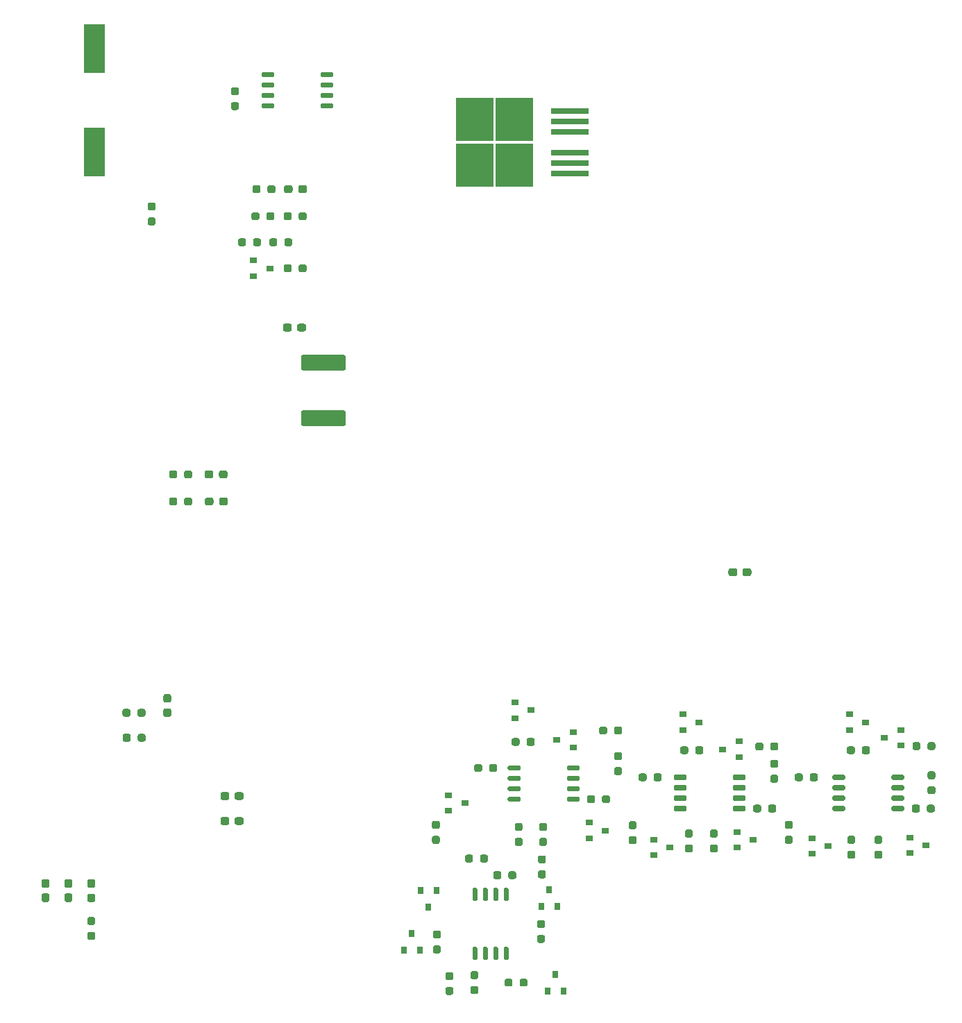
<source format=gbr>
%TF.GenerationSoftware,KiCad,Pcbnew,(5.1.10)-1*%
%TF.CreationDate,2022-03-20T14:43:40-05:00*%
%TF.ProjectId,BMS_2022_Rev1,424d535f-3230-4323-925f-526576312e6b,rev?*%
%TF.SameCoordinates,Original*%
%TF.FileFunction,Paste,Top*%
%TF.FilePolarity,Positive*%
%FSLAX46Y46*%
G04 Gerber Fmt 4.6, Leading zero omitted, Abs format (unit mm)*
G04 Created by KiCad (PCBNEW (5.1.10)-1) date 2022-03-20 14:43:40*
%MOMM*%
%LPD*%
G01*
G04 APERTURE LIST*
%ADD10R,0.900000X0.800000*%
%ADD11R,0.800000X0.900000*%
%ADD12R,2.500000X6.000000*%
%ADD13R,4.600000X0.800000*%
%ADD14R,4.550000X5.250000*%
G04 APERTURE END LIST*
%TO.C,R17*%
G36*
G01*
X-12599500Y207534500D02*
X-12599500Y208009500D01*
G75*
G02*
X-12362000Y208247000I237500J0D01*
G01*
X-11862000Y208247000D01*
G75*
G02*
X-11624500Y208009500I0J-237500D01*
G01*
X-11624500Y207534500D01*
G75*
G02*
X-11862000Y207297000I-237500J0D01*
G01*
X-12362000Y207297000D01*
G75*
G02*
X-12599500Y207534500I0J237500D01*
G01*
G37*
G36*
G01*
X-10774500Y207534500D02*
X-10774500Y208009500D01*
G75*
G02*
X-10537000Y208247000I237500J0D01*
G01*
X-10037000Y208247000D01*
G75*
G02*
X-9799500Y208009500I0J-237500D01*
G01*
X-9799500Y207534500D01*
G75*
G02*
X-10037000Y207297000I-237500J0D01*
G01*
X-10537000Y207297000D01*
G75*
G02*
X-10774500Y207534500I0J237500D01*
G01*
G37*
%TD*%
%TO.C,R40*%
G36*
G01*
X-60519500Y208517500D02*
X-60519500Y208042500D01*
G75*
G02*
X-60757000Y207805000I-237500J0D01*
G01*
X-61257000Y207805000D01*
G75*
G02*
X-61494500Y208042500I0J237500D01*
G01*
X-61494500Y208517500D01*
G75*
G02*
X-61257000Y208755000I237500J0D01*
G01*
X-60757000Y208755000D01*
G75*
G02*
X-60519500Y208517500I0J-237500D01*
G01*
G37*
G36*
G01*
X-58694500Y208517500D02*
X-58694500Y208042500D01*
G75*
G02*
X-58932000Y207805000I-237500J0D01*
G01*
X-59432000Y207805000D01*
G75*
G02*
X-59669500Y208042500I0J237500D01*
G01*
X-59669500Y208517500D01*
G75*
G02*
X-59432000Y208755000I237500J0D01*
G01*
X-58932000Y208755000D01*
G75*
G02*
X-58694500Y208517500I0J-237500D01*
G01*
G37*
%TD*%
D10*
%TO.C,D13*%
X-33750500Y206441000D03*
X-33750500Y208341000D03*
X-35750500Y207391000D03*
%TD*%
%TO.C,D19*%
X-61118500Y213103500D03*
X-61118500Y211203500D03*
X-59118500Y212153500D03*
%TD*%
%TO.C,D17*%
X-53975000Y207581500D03*
X-53975000Y209481500D03*
X-55975000Y208531500D03*
%TD*%
%TO.C,D12*%
X-32020000Y196342000D03*
X-34020000Y195392000D03*
X-34020000Y197292000D03*
%TD*%
%TO.C,U7*%
G36*
G01*
X-32938000Y200302000D02*
X-32938000Y200002000D01*
G75*
G02*
X-33088000Y199852000I-150000J0D01*
G01*
X-34388000Y199852000D01*
G75*
G02*
X-34538000Y200002000I0J150000D01*
G01*
X-34538000Y200302000D01*
G75*
G02*
X-34388000Y200452000I150000J0D01*
G01*
X-33088000Y200452000D01*
G75*
G02*
X-32938000Y200302000I0J-150000D01*
G01*
G37*
G36*
G01*
X-32938000Y201572000D02*
X-32938000Y201272000D01*
G75*
G02*
X-33088000Y201122000I-150000J0D01*
G01*
X-34388000Y201122000D01*
G75*
G02*
X-34538000Y201272000I0J150000D01*
G01*
X-34538000Y201572000D01*
G75*
G02*
X-34388000Y201722000I150000J0D01*
G01*
X-33088000Y201722000D01*
G75*
G02*
X-32938000Y201572000I0J-150000D01*
G01*
G37*
G36*
G01*
X-32938000Y202842000D02*
X-32938000Y202542000D01*
G75*
G02*
X-33088000Y202392000I-150000J0D01*
G01*
X-34388000Y202392000D01*
G75*
G02*
X-34538000Y202542000I0J150000D01*
G01*
X-34538000Y202842000D01*
G75*
G02*
X-34388000Y202992000I150000J0D01*
G01*
X-33088000Y202992000D01*
G75*
G02*
X-32938000Y202842000I0J-150000D01*
G01*
G37*
G36*
G01*
X-32938000Y204112000D02*
X-32938000Y203812000D01*
G75*
G02*
X-33088000Y203662000I-150000J0D01*
G01*
X-34388000Y203662000D01*
G75*
G02*
X-34538000Y203812000I0J150000D01*
G01*
X-34538000Y204112000D01*
G75*
G02*
X-34388000Y204262000I150000J0D01*
G01*
X-33088000Y204262000D01*
G75*
G02*
X-32938000Y204112000I0J-150000D01*
G01*
G37*
G36*
G01*
X-40138000Y204112000D02*
X-40138000Y203812000D01*
G75*
G02*
X-40288000Y203662000I-150000J0D01*
G01*
X-41588000Y203662000D01*
G75*
G02*
X-41738000Y203812000I0J150000D01*
G01*
X-41738000Y204112000D01*
G75*
G02*
X-41588000Y204262000I150000J0D01*
G01*
X-40288000Y204262000D01*
G75*
G02*
X-40138000Y204112000I0J-150000D01*
G01*
G37*
G36*
G01*
X-40138000Y202842000D02*
X-40138000Y202542000D01*
G75*
G02*
X-40288000Y202392000I-150000J0D01*
G01*
X-41588000Y202392000D01*
G75*
G02*
X-41738000Y202542000I0J150000D01*
G01*
X-41738000Y202842000D01*
G75*
G02*
X-41588000Y202992000I150000J0D01*
G01*
X-40288000Y202992000D01*
G75*
G02*
X-40138000Y202842000I0J-150000D01*
G01*
G37*
G36*
G01*
X-40138000Y201572000D02*
X-40138000Y201272000D01*
G75*
G02*
X-40288000Y201122000I-150000J0D01*
G01*
X-41588000Y201122000D01*
G75*
G02*
X-41738000Y201272000I0J150000D01*
G01*
X-41738000Y201572000D01*
G75*
G02*
X-41588000Y201722000I150000J0D01*
G01*
X-40288000Y201722000D01*
G75*
G02*
X-40138000Y201572000I0J-150000D01*
G01*
G37*
G36*
G01*
X-40138000Y200302000D02*
X-40138000Y200002000D01*
G75*
G02*
X-40288000Y199852000I-150000J0D01*
G01*
X-41588000Y199852000D01*
G75*
G02*
X-41738000Y200002000I0J150000D01*
G01*
X-41738000Y200302000D01*
G75*
G02*
X-41588000Y200452000I150000J0D01*
G01*
X-40288000Y200452000D01*
G75*
G02*
X-40138000Y200302000I0J-150000D01*
G01*
G37*
%TD*%
%TO.C,R18*%
G36*
G01*
X-10524500Y204703500D02*
X-10049500Y204703500D01*
G75*
G02*
X-9812000Y204466000I0J-237500D01*
G01*
X-9812000Y203966000D01*
G75*
G02*
X-10049500Y203728500I-237500J0D01*
G01*
X-10524500Y203728500D01*
G75*
G02*
X-10762000Y203966000I0J237500D01*
G01*
X-10762000Y204466000D01*
G75*
G02*
X-10524500Y204703500I237500J0D01*
G01*
G37*
G36*
G01*
X-10524500Y202878500D02*
X-10049500Y202878500D01*
G75*
G02*
X-9812000Y202641000I0J-237500D01*
G01*
X-9812000Y202141000D01*
G75*
G02*
X-10049500Y201903500I-237500J0D01*
G01*
X-10524500Y201903500D01*
G75*
G02*
X-10762000Y202141000I0J237500D01*
G01*
X-10762000Y202641000D01*
G75*
G02*
X-10524500Y202878500I237500J0D01*
G01*
G37*
%TD*%
%TO.C,D15*%
X-40608000Y211643000D03*
X-40608000Y209743000D03*
X-38608000Y210693000D03*
%TD*%
%TO.C,R39*%
G36*
G01*
X-70501500Y195854500D02*
X-70976500Y195854500D01*
G75*
G02*
X-71214000Y196092000I0J237500D01*
G01*
X-71214000Y196592000D01*
G75*
G02*
X-70976500Y196829500I237500J0D01*
G01*
X-70501500Y196829500D01*
G75*
G02*
X-70264000Y196592000I0J-237500D01*
G01*
X-70264000Y196092000D01*
G75*
G02*
X-70501500Y195854500I-237500J0D01*
G01*
G37*
G36*
G01*
X-70501500Y197679500D02*
X-70976500Y197679500D01*
G75*
G02*
X-71214000Y197917000I0J237500D01*
G01*
X-71214000Y198417000D01*
G75*
G02*
X-70976500Y198654500I237500J0D01*
G01*
X-70501500Y198654500D01*
G75*
G02*
X-70264000Y198417000I0J-237500D01*
G01*
X-70264000Y197917000D01*
G75*
G02*
X-70501500Y197679500I-237500J0D01*
G01*
G37*
%TD*%
%TO.C,D18*%
X-67215000Y200848000D03*
X-69215000Y199898000D03*
X-69215000Y201798000D03*
%TD*%
%TO.C,R21*%
G36*
G01*
X-26950500Y203724500D02*
X-26950500Y204199500D01*
G75*
G02*
X-26713000Y204437000I237500J0D01*
G01*
X-26213000Y204437000D01*
G75*
G02*
X-25975500Y204199500I0J-237500D01*
G01*
X-25975500Y203724500D01*
G75*
G02*
X-26213000Y203487000I-237500J0D01*
G01*
X-26713000Y203487000D01*
G75*
G02*
X-26950500Y203724500I0J237500D01*
G01*
G37*
G36*
G01*
X-25125500Y203724500D02*
X-25125500Y204199500D01*
G75*
G02*
X-24888000Y204437000I237500J0D01*
G01*
X-24388000Y204437000D01*
G75*
G02*
X-24150500Y204199500I0J-237500D01*
G01*
X-24150500Y203724500D01*
G75*
G02*
X-24388000Y203487000I-237500J0D01*
G01*
X-24888000Y203487000D01*
G75*
G02*
X-25125500Y203724500I0J237500D01*
G01*
G37*
%TD*%
%TO.C,R26*%
G36*
G01*
X-29701500Y204275500D02*
X-29226500Y204275500D01*
G75*
G02*
X-28989000Y204038000I0J-237500D01*
G01*
X-28989000Y203538000D01*
G75*
G02*
X-29226500Y203300500I-237500J0D01*
G01*
X-29701500Y203300500D01*
G75*
G02*
X-29939000Y203538000I0J237500D01*
G01*
X-29939000Y204038000D01*
G75*
G02*
X-29701500Y204275500I237500J0D01*
G01*
G37*
G36*
G01*
X-29701500Y206100500D02*
X-29226500Y206100500D01*
G75*
G02*
X-28989000Y205863000I0J-237500D01*
G01*
X-28989000Y205363000D01*
G75*
G02*
X-29226500Y205125500I-237500J0D01*
G01*
X-29701500Y205125500D01*
G75*
G02*
X-29939000Y205363000I0J237500D01*
G01*
X-29939000Y205863000D01*
G75*
G02*
X-29701500Y206100500I237500J0D01*
G01*
G37*
%TD*%
%TO.C,R23*%
G36*
G01*
X-27923500Y198654500D02*
X-27448500Y198654500D01*
G75*
G02*
X-27211000Y198417000I0J-237500D01*
G01*
X-27211000Y197917000D01*
G75*
G02*
X-27448500Y197679500I-237500J0D01*
G01*
X-27923500Y197679500D01*
G75*
G02*
X-28161000Y197917000I0J237500D01*
G01*
X-28161000Y198417000D01*
G75*
G02*
X-27923500Y198654500I237500J0D01*
G01*
G37*
G36*
G01*
X-27923500Y196829500D02*
X-27448500Y196829500D01*
G75*
G02*
X-27211000Y196592000I0J-237500D01*
G01*
X-27211000Y196092000D01*
G75*
G02*
X-27448500Y195854500I-237500J0D01*
G01*
X-27923500Y195854500D01*
G75*
G02*
X-28161000Y196092000I0J237500D01*
G01*
X-28161000Y196592000D01*
G75*
G02*
X-27923500Y196829500I237500J0D01*
G01*
G37*
%TD*%
%TO.C,R30*%
G36*
G01*
X-40115500Y195766500D02*
X-39640500Y195766500D01*
G75*
G02*
X-39403000Y195529000I0J-237500D01*
G01*
X-39403000Y195029000D01*
G75*
G02*
X-39640500Y194791500I-237500J0D01*
G01*
X-40115500Y194791500D01*
G75*
G02*
X-40353000Y195029000I0J237500D01*
G01*
X-40353000Y195529000D01*
G75*
G02*
X-40115500Y195766500I237500J0D01*
G01*
G37*
G36*
G01*
X-40115500Y197591500D02*
X-39640500Y197591500D01*
G75*
G02*
X-39403000Y197354000I0J-237500D01*
G01*
X-39403000Y196854000D01*
G75*
G02*
X-39640500Y196616500I-237500J0D01*
G01*
X-40115500Y196616500D01*
G75*
G02*
X-40353000Y196854000I0J237500D01*
G01*
X-40353000Y197354000D01*
G75*
G02*
X-40115500Y197591500I237500J0D01*
G01*
G37*
%TD*%
%TO.C,D8*%
X-10922000Y195646000D03*
X-12922000Y194696000D03*
X-12922000Y196596000D03*
%TD*%
%TO.C,D11*%
X-20288000Y211643000D03*
X-20288000Y209743000D03*
X-18288000Y210693000D03*
%TD*%
%TO.C,D10*%
X-22860000Y195580000D03*
X-24860000Y194630000D03*
X-24860000Y196530000D03*
%TD*%
%TO.C,R38*%
G36*
G01*
X-60880000Y196575500D02*
X-60405000Y196575500D01*
G75*
G02*
X-60167500Y196338000I0J-237500D01*
G01*
X-60167500Y195838000D01*
G75*
G02*
X-60405000Y195600500I-237500J0D01*
G01*
X-60880000Y195600500D01*
G75*
G02*
X-61117500Y195838000I0J237500D01*
G01*
X-61117500Y196338000D01*
G75*
G02*
X-60880000Y196575500I237500J0D01*
G01*
G37*
G36*
G01*
X-60880000Y198400500D02*
X-60405000Y198400500D01*
G75*
G02*
X-60167500Y198163000I0J-237500D01*
G01*
X-60167500Y197663000D01*
G75*
G02*
X-60405000Y197425500I-237500J0D01*
G01*
X-60880000Y197425500D01*
G75*
G02*
X-61117500Y197663000I0J237500D01*
G01*
X-61117500Y198163000D01*
G75*
G02*
X-60880000Y198400500I237500J0D01*
G01*
G37*
%TD*%
%TO.C,U8*%
G36*
G01*
X-60375000Y201445000D02*
X-60375000Y201145000D01*
G75*
G02*
X-60525000Y200995000I-150000J0D01*
G01*
X-61825000Y200995000D01*
G75*
G02*
X-61975000Y201145000I0J150000D01*
G01*
X-61975000Y201445000D01*
G75*
G02*
X-61825000Y201595000I150000J0D01*
G01*
X-60525000Y201595000D01*
G75*
G02*
X-60375000Y201445000I0J-150000D01*
G01*
G37*
G36*
G01*
X-60375000Y202715000D02*
X-60375000Y202415000D01*
G75*
G02*
X-60525000Y202265000I-150000J0D01*
G01*
X-61825000Y202265000D01*
G75*
G02*
X-61975000Y202415000I0J150000D01*
G01*
X-61975000Y202715000D01*
G75*
G02*
X-61825000Y202865000I150000J0D01*
G01*
X-60525000Y202865000D01*
G75*
G02*
X-60375000Y202715000I0J-150000D01*
G01*
G37*
G36*
G01*
X-60375000Y203985000D02*
X-60375000Y203685000D01*
G75*
G02*
X-60525000Y203535000I-150000J0D01*
G01*
X-61825000Y203535000D01*
G75*
G02*
X-61975000Y203685000I0J150000D01*
G01*
X-61975000Y203985000D01*
G75*
G02*
X-61825000Y204135000I150000J0D01*
G01*
X-60525000Y204135000D01*
G75*
G02*
X-60375000Y203985000I0J-150000D01*
G01*
G37*
G36*
G01*
X-60375000Y205255000D02*
X-60375000Y204955000D01*
G75*
G02*
X-60525000Y204805000I-150000J0D01*
G01*
X-61825000Y204805000D01*
G75*
G02*
X-61975000Y204955000I0J150000D01*
G01*
X-61975000Y205255000D01*
G75*
G02*
X-61825000Y205405000I150000J0D01*
G01*
X-60525000Y205405000D01*
G75*
G02*
X-60375000Y205255000I0J-150000D01*
G01*
G37*
G36*
G01*
X-53175000Y205255000D02*
X-53175000Y204955000D01*
G75*
G02*
X-53325000Y204805000I-150000J0D01*
G01*
X-54625000Y204805000D01*
G75*
G02*
X-54775000Y204955000I0J150000D01*
G01*
X-54775000Y205255000D01*
G75*
G02*
X-54625000Y205405000I150000J0D01*
G01*
X-53325000Y205405000D01*
G75*
G02*
X-53175000Y205255000I0J-150000D01*
G01*
G37*
G36*
G01*
X-53175000Y203985000D02*
X-53175000Y203685000D01*
G75*
G02*
X-53325000Y203535000I-150000J0D01*
G01*
X-54625000Y203535000D01*
G75*
G02*
X-54775000Y203685000I0J150000D01*
G01*
X-54775000Y203985000D01*
G75*
G02*
X-54625000Y204135000I150000J0D01*
G01*
X-53325000Y204135000D01*
G75*
G02*
X-53175000Y203985000I0J-150000D01*
G01*
G37*
G36*
G01*
X-53175000Y202715000D02*
X-53175000Y202415000D01*
G75*
G02*
X-53325000Y202265000I-150000J0D01*
G01*
X-54625000Y202265000D01*
G75*
G02*
X-54775000Y202415000I0J150000D01*
G01*
X-54775000Y202715000D01*
G75*
G02*
X-54625000Y202865000I150000J0D01*
G01*
X-53325000Y202865000D01*
G75*
G02*
X-53175000Y202715000I0J-150000D01*
G01*
G37*
G36*
G01*
X-53175000Y201445000D02*
X-53175000Y201145000D01*
G75*
G02*
X-53325000Y200995000I-150000J0D01*
G01*
X-54625000Y200995000D01*
G75*
G02*
X-54775000Y201145000I0J150000D01*
G01*
X-54775000Y201445000D01*
G75*
G02*
X-54625000Y201595000I150000J0D01*
G01*
X-53325000Y201595000D01*
G75*
G02*
X-53175000Y201445000I0J-150000D01*
G01*
G37*
%TD*%
%TO.C,U6*%
G36*
G01*
X-13590000Y200302000D02*
X-13590000Y200002000D01*
G75*
G02*
X-13740000Y199852000I-150000J0D01*
G01*
X-15040000Y199852000D01*
G75*
G02*
X-15190000Y200002000I0J150000D01*
G01*
X-15190000Y200302000D01*
G75*
G02*
X-15040000Y200452000I150000J0D01*
G01*
X-13740000Y200452000D01*
G75*
G02*
X-13590000Y200302000I0J-150000D01*
G01*
G37*
G36*
G01*
X-13590000Y201572000D02*
X-13590000Y201272000D01*
G75*
G02*
X-13740000Y201122000I-150000J0D01*
G01*
X-15040000Y201122000D01*
G75*
G02*
X-15190000Y201272000I0J150000D01*
G01*
X-15190000Y201572000D01*
G75*
G02*
X-15040000Y201722000I150000J0D01*
G01*
X-13740000Y201722000D01*
G75*
G02*
X-13590000Y201572000I0J-150000D01*
G01*
G37*
G36*
G01*
X-13590000Y202842000D02*
X-13590000Y202542000D01*
G75*
G02*
X-13740000Y202392000I-150000J0D01*
G01*
X-15040000Y202392000D01*
G75*
G02*
X-15190000Y202542000I0J150000D01*
G01*
X-15190000Y202842000D01*
G75*
G02*
X-15040000Y202992000I150000J0D01*
G01*
X-13740000Y202992000D01*
G75*
G02*
X-13590000Y202842000I0J-150000D01*
G01*
G37*
G36*
G01*
X-13590000Y204112000D02*
X-13590000Y203812000D01*
G75*
G02*
X-13740000Y203662000I-150000J0D01*
G01*
X-15040000Y203662000D01*
G75*
G02*
X-15190000Y203812000I0J150000D01*
G01*
X-15190000Y204112000D01*
G75*
G02*
X-15040000Y204262000I150000J0D01*
G01*
X-13740000Y204262000D01*
G75*
G02*
X-13590000Y204112000I0J-150000D01*
G01*
G37*
G36*
G01*
X-20790000Y204112000D02*
X-20790000Y203812000D01*
G75*
G02*
X-20940000Y203662000I-150000J0D01*
G01*
X-22240000Y203662000D01*
G75*
G02*
X-22390000Y203812000I0J150000D01*
G01*
X-22390000Y204112000D01*
G75*
G02*
X-22240000Y204262000I150000J0D01*
G01*
X-20940000Y204262000D01*
G75*
G02*
X-20790000Y204112000I0J-150000D01*
G01*
G37*
G36*
G01*
X-20790000Y202842000D02*
X-20790000Y202542000D01*
G75*
G02*
X-20940000Y202392000I-150000J0D01*
G01*
X-22240000Y202392000D01*
G75*
G02*
X-22390000Y202542000I0J150000D01*
G01*
X-22390000Y202842000D01*
G75*
G02*
X-22240000Y202992000I150000J0D01*
G01*
X-20940000Y202992000D01*
G75*
G02*
X-20790000Y202842000I0J-150000D01*
G01*
G37*
G36*
G01*
X-20790000Y201572000D02*
X-20790000Y201272000D01*
G75*
G02*
X-20940000Y201122000I-150000J0D01*
G01*
X-22240000Y201122000D01*
G75*
G02*
X-22390000Y201272000I0J150000D01*
G01*
X-22390000Y201572000D01*
G75*
G02*
X-22240000Y201722000I150000J0D01*
G01*
X-20940000Y201722000D01*
G75*
G02*
X-20790000Y201572000I0J-150000D01*
G01*
G37*
G36*
G01*
X-20790000Y200302000D02*
X-20790000Y200002000D01*
G75*
G02*
X-20940000Y199852000I-150000J0D01*
G01*
X-22240000Y199852000D01*
G75*
G02*
X-22390000Y200002000I0J150000D01*
G01*
X-22390000Y200302000D01*
G75*
G02*
X-22240000Y200452000I150000J0D01*
G01*
X-20940000Y200452000D01*
G75*
G02*
X-20790000Y200302000I0J-150000D01*
G01*
G37*
%TD*%
%TO.C,D9*%
X-14002000Y207838000D03*
X-14002000Y209738000D03*
X-16002000Y208788000D03*
%TD*%
%TO.C,D14*%
X-44180000Y196342000D03*
X-44180000Y194442000D03*
X-42180000Y195392000D03*
%TD*%
%TO.C,R20*%
G36*
G01*
X-12679500Y199914500D02*
X-12679500Y200389500D01*
G75*
G02*
X-12442000Y200627000I237500J0D01*
G01*
X-11942000Y200627000D01*
G75*
G02*
X-11704500Y200389500I0J-237500D01*
G01*
X-11704500Y199914500D01*
G75*
G02*
X-11942000Y199677000I-237500J0D01*
G01*
X-12442000Y199677000D01*
G75*
G02*
X-12679500Y199914500I0J237500D01*
G01*
G37*
G36*
G01*
X-10854500Y199914500D02*
X-10854500Y200389500D01*
G75*
G02*
X-10617000Y200627000I237500J0D01*
G01*
X-10117000Y200627000D01*
G75*
G02*
X-9879500Y200389500I0J-237500D01*
G01*
X-9879500Y199914500D01*
G75*
G02*
X-10117000Y199677000I-237500J0D01*
G01*
X-10617000Y199677000D01*
G75*
G02*
X-10854500Y199914500I0J237500D01*
G01*
G37*
%TD*%
%TO.C,R31*%
G36*
G01*
X-46973500Y196782500D02*
X-46498500Y196782500D01*
G75*
G02*
X-46261000Y196545000I0J-237500D01*
G01*
X-46261000Y196045000D01*
G75*
G02*
X-46498500Y195807500I-237500J0D01*
G01*
X-46973500Y195807500D01*
G75*
G02*
X-47211000Y196045000I0J237500D01*
G01*
X-47211000Y196545000D01*
G75*
G02*
X-46973500Y196782500I237500J0D01*
G01*
G37*
G36*
G01*
X-46973500Y198607500D02*
X-46498500Y198607500D01*
G75*
G02*
X-46261000Y198370000I0J-237500D01*
G01*
X-46261000Y197870000D01*
G75*
G02*
X-46498500Y197632500I-237500J0D01*
G01*
X-46973500Y197632500D01*
G75*
G02*
X-47211000Y197870000I0J237500D01*
G01*
X-47211000Y198370000D01*
G75*
G02*
X-46973500Y198607500I237500J0D01*
G01*
G37*
%TD*%
%TO.C,R35*%
G36*
G01*
X-57895500Y198400500D02*
X-57420500Y198400500D01*
G75*
G02*
X-57183000Y198163000I0J-237500D01*
G01*
X-57183000Y197663000D01*
G75*
G02*
X-57420500Y197425500I-237500J0D01*
G01*
X-57895500Y197425500D01*
G75*
G02*
X-58133000Y197663000I0J237500D01*
G01*
X-58133000Y198163000D01*
G75*
G02*
X-57895500Y198400500I237500J0D01*
G01*
G37*
G36*
G01*
X-57895500Y196575500D02*
X-57420500Y196575500D01*
G75*
G02*
X-57183000Y196338000I0J-237500D01*
G01*
X-57183000Y195838000D01*
G75*
G02*
X-57420500Y195600500I-237500J0D01*
G01*
X-57895500Y195600500D01*
G75*
G02*
X-58133000Y195838000I0J237500D01*
G01*
X-58133000Y196338000D01*
G75*
G02*
X-57895500Y196575500I237500J0D01*
G01*
G37*
%TD*%
%TO.C,R22*%
G36*
G01*
X-20303500Y195004500D02*
X-19828500Y195004500D01*
G75*
G02*
X-19591000Y194767000I0J-237500D01*
G01*
X-19591000Y194267000D01*
G75*
G02*
X-19828500Y194029500I-237500J0D01*
G01*
X-20303500Y194029500D01*
G75*
G02*
X-20541000Y194267000I0J237500D01*
G01*
X-20541000Y194767000D01*
G75*
G02*
X-20303500Y195004500I237500J0D01*
G01*
G37*
G36*
G01*
X-20303500Y196829500D02*
X-19828500Y196829500D01*
G75*
G02*
X-19591000Y196592000I0J-237500D01*
G01*
X-19591000Y196092000D01*
G75*
G02*
X-19828500Y195854500I-237500J0D01*
G01*
X-20303500Y195854500D01*
G75*
G02*
X-20541000Y196092000I0J237500D01*
G01*
X-20541000Y196592000D01*
G75*
G02*
X-20303500Y196829500I237500J0D01*
G01*
G37*
%TD*%
%TO.C,R32*%
G36*
G01*
X-39945500Y207501500D02*
X-39945500Y207026500D01*
G75*
G02*
X-40183000Y206789000I-237500J0D01*
G01*
X-40683000Y206789000D01*
G75*
G02*
X-40920500Y207026500I0J237500D01*
G01*
X-40920500Y207501500D01*
G75*
G02*
X-40683000Y207739000I237500J0D01*
G01*
X-40183000Y207739000D01*
G75*
G02*
X-39945500Y207501500I0J-237500D01*
G01*
G37*
G36*
G01*
X-38120500Y207501500D02*
X-38120500Y207026500D01*
G75*
G02*
X-38358000Y206789000I-237500J0D01*
G01*
X-38858000Y206789000D01*
G75*
G02*
X-39095500Y207026500I0J237500D01*
G01*
X-39095500Y207501500D01*
G75*
G02*
X-38858000Y207739000I237500J0D01*
G01*
X-38358000Y207739000D01*
G75*
G02*
X-38120500Y207501500I0J-237500D01*
G01*
G37*
%TD*%
%TO.C,R19*%
G36*
G01*
X-17001500Y196829500D02*
X-16526500Y196829500D01*
G75*
G02*
X-16289000Y196592000I0J-237500D01*
G01*
X-16289000Y196092000D01*
G75*
G02*
X-16526500Y195854500I-237500J0D01*
G01*
X-17001500Y195854500D01*
G75*
G02*
X-17239000Y196092000I0J237500D01*
G01*
X-17239000Y196592000D01*
G75*
G02*
X-17001500Y196829500I237500J0D01*
G01*
G37*
G36*
G01*
X-17001500Y195004500D02*
X-16526500Y195004500D01*
G75*
G02*
X-16289000Y194767000I0J-237500D01*
G01*
X-16289000Y194267000D01*
G75*
G02*
X-16526500Y194029500I-237500J0D01*
G01*
X-17001500Y194029500D01*
G75*
G02*
X-17239000Y194267000I0J237500D01*
G01*
X-17239000Y194767000D01*
G75*
G02*
X-17001500Y195004500I237500J0D01*
G01*
G37*
%TD*%
%TO.C,D16*%
X-50054000Y197485000D03*
X-52054000Y196535000D03*
X-52054000Y198435000D03*
%TD*%
%TO.C,R33*%
G36*
G01*
X-49001500Y209439500D02*
X-49001500Y209914500D01*
G75*
G02*
X-48764000Y210152000I237500J0D01*
G01*
X-48264000Y210152000D01*
G75*
G02*
X-48026500Y209914500I0J-237500D01*
G01*
X-48026500Y209439500D01*
G75*
G02*
X-48264000Y209202000I-237500J0D01*
G01*
X-48764000Y209202000D01*
G75*
G02*
X-49001500Y209439500I0J237500D01*
G01*
G37*
G36*
G01*
X-50826500Y209439500D02*
X-50826500Y209914500D01*
G75*
G02*
X-50589000Y210152000I237500J0D01*
G01*
X-50089000Y210152000D01*
G75*
G02*
X-49851500Y209914500I0J-237500D01*
G01*
X-49851500Y209439500D01*
G75*
G02*
X-50089000Y209202000I-237500J0D01*
G01*
X-50589000Y209202000D01*
G75*
G02*
X-50826500Y209439500I0J237500D01*
G01*
G37*
%TD*%
%TO.C,R34*%
G36*
G01*
X-48751500Y205211500D02*
X-48276500Y205211500D01*
G75*
G02*
X-48039000Y204974000I0J-237500D01*
G01*
X-48039000Y204474000D01*
G75*
G02*
X-48276500Y204236500I-237500J0D01*
G01*
X-48751500Y204236500D01*
G75*
G02*
X-48989000Y204474000I0J237500D01*
G01*
X-48989000Y204974000D01*
G75*
G02*
X-48751500Y205211500I237500J0D01*
G01*
G37*
G36*
G01*
X-48751500Y207036500D02*
X-48276500Y207036500D01*
G75*
G02*
X-48039000Y206799000I0J-237500D01*
G01*
X-48039000Y206299000D01*
G75*
G02*
X-48276500Y206061500I-237500J0D01*
G01*
X-48751500Y206061500D01*
G75*
G02*
X-48989000Y206299000I0J237500D01*
G01*
X-48989000Y206799000D01*
G75*
G02*
X-48751500Y207036500I237500J0D01*
G01*
G37*
%TD*%
%TO.C,R27*%
G36*
G01*
X-37067500Y197591500D02*
X-36592500Y197591500D01*
G75*
G02*
X-36355000Y197354000I0J-237500D01*
G01*
X-36355000Y196854000D01*
G75*
G02*
X-36592500Y196616500I-237500J0D01*
G01*
X-37067500Y196616500D01*
G75*
G02*
X-37305000Y196854000I0J237500D01*
G01*
X-37305000Y197354000D01*
G75*
G02*
X-37067500Y197591500I237500J0D01*
G01*
G37*
G36*
G01*
X-37067500Y195766500D02*
X-36592500Y195766500D01*
G75*
G02*
X-36355000Y195529000I0J-237500D01*
G01*
X-36355000Y195029000D01*
G75*
G02*
X-36592500Y194791500I-237500J0D01*
G01*
X-37067500Y194791500D01*
G75*
G02*
X-37305000Y195029000I0J237500D01*
G01*
X-37305000Y195529000D01*
G75*
G02*
X-37067500Y195766500I237500J0D01*
G01*
G37*
%TD*%
%TO.C,R25*%
G36*
G01*
X-29951500Y207487500D02*
X-29951500Y207962500D01*
G75*
G02*
X-29714000Y208200000I237500J0D01*
G01*
X-29214000Y208200000D01*
G75*
G02*
X-28976500Y207962500I0J-237500D01*
G01*
X-28976500Y207487500D01*
G75*
G02*
X-29214000Y207250000I-237500J0D01*
G01*
X-29714000Y207250000D01*
G75*
G02*
X-29951500Y207487500I0J237500D01*
G01*
G37*
G36*
G01*
X-31776500Y207487500D02*
X-31776500Y207962500D01*
G75*
G02*
X-31539000Y208200000I237500J0D01*
G01*
X-31039000Y208200000D01*
G75*
G02*
X-30801500Y207962500I0J-237500D01*
G01*
X-30801500Y207487500D01*
G75*
G02*
X-31039000Y207250000I-237500J0D01*
G01*
X-31539000Y207250000D01*
G75*
G02*
X-31776500Y207487500I0J237500D01*
G01*
G37*
%TD*%
%TO.C,R24*%
G36*
G01*
X-19625500Y207501500D02*
X-19625500Y207026500D01*
G75*
G02*
X-19863000Y206789000I-237500J0D01*
G01*
X-20363000Y206789000D01*
G75*
G02*
X-20600500Y207026500I0J237500D01*
G01*
X-20600500Y207501500D01*
G75*
G02*
X-20363000Y207739000I237500J0D01*
G01*
X-19863000Y207739000D01*
G75*
G02*
X-19625500Y207501500I0J-237500D01*
G01*
G37*
G36*
G01*
X-17800500Y207501500D02*
X-17800500Y207026500D01*
G75*
G02*
X-18038000Y206789000I-237500J0D01*
G01*
X-18538000Y206789000D01*
G75*
G02*
X-18775500Y207026500I0J237500D01*
G01*
X-18775500Y207501500D01*
G75*
G02*
X-18538000Y207739000I237500J0D01*
G01*
X-18038000Y207739000D01*
G75*
G02*
X-17800500Y207501500I0J-237500D01*
G01*
G37*
%TD*%
%TO.C,R29*%
G36*
G01*
X-46000500Y203724500D02*
X-46000500Y204199500D01*
G75*
G02*
X-45763000Y204437000I237500J0D01*
G01*
X-45263000Y204437000D01*
G75*
G02*
X-45025500Y204199500I0J-237500D01*
G01*
X-45025500Y203724500D01*
G75*
G02*
X-45263000Y203487000I-237500J0D01*
G01*
X-45763000Y203487000D01*
G75*
G02*
X-46000500Y203724500I0J237500D01*
G01*
G37*
G36*
G01*
X-44175500Y203724500D02*
X-44175500Y204199500D01*
G75*
G02*
X-43938000Y204437000I237500J0D01*
G01*
X-43438000Y204437000D01*
G75*
G02*
X-43200500Y204199500I0J-237500D01*
G01*
X-43200500Y203724500D01*
G75*
G02*
X-43438000Y203487000I-237500J0D01*
G01*
X-43938000Y203487000D01*
G75*
G02*
X-44175500Y203724500I0J237500D01*
G01*
G37*
%TD*%
%TO.C,R28*%
G36*
G01*
X-32030500Y199914500D02*
X-32030500Y200389500D01*
G75*
G02*
X-31793000Y200627000I237500J0D01*
G01*
X-31293000Y200627000D01*
G75*
G02*
X-31055500Y200389500I0J-237500D01*
G01*
X-31055500Y199914500D01*
G75*
G02*
X-31293000Y199677000I-237500J0D01*
G01*
X-31793000Y199677000D01*
G75*
G02*
X-32030500Y199914500I0J237500D01*
G01*
G37*
G36*
G01*
X-30205500Y199914500D02*
X-30205500Y200389500D01*
G75*
G02*
X-29968000Y200627000I237500J0D01*
G01*
X-29468000Y200627000D01*
G75*
G02*
X-29230500Y200389500I0J-237500D01*
G01*
X-29230500Y199914500D01*
G75*
G02*
X-29468000Y199677000I-237500J0D01*
G01*
X-29968000Y199677000D01*
G75*
G02*
X-30205500Y199914500I0J237500D01*
G01*
G37*
%TD*%
%TO.C,R37*%
G36*
G01*
X-66066500Y204867500D02*
X-66066500Y205342500D01*
G75*
G02*
X-65829000Y205580000I237500J0D01*
G01*
X-65329000Y205580000D01*
G75*
G02*
X-65091500Y205342500I0J-237500D01*
G01*
X-65091500Y204867500D01*
G75*
G02*
X-65329000Y204630000I-237500J0D01*
G01*
X-65829000Y204630000D01*
G75*
G02*
X-66066500Y204867500I0J237500D01*
G01*
G37*
G36*
G01*
X-64241500Y204867500D02*
X-64241500Y205342500D01*
G75*
G02*
X-64004000Y205580000I237500J0D01*
G01*
X-63504000Y205580000D01*
G75*
G02*
X-63266500Y205342500I0J-237500D01*
G01*
X-63266500Y204867500D01*
G75*
G02*
X-63504000Y204630000I-237500J0D01*
G01*
X-64004000Y204630000D01*
G75*
G02*
X-64241500Y204867500I0J237500D01*
G01*
G37*
%TD*%
%TO.C,R36*%
G36*
G01*
X-52303500Y201057500D02*
X-52303500Y201532500D01*
G75*
G02*
X-52066000Y201770000I237500J0D01*
G01*
X-51566000Y201770000D01*
G75*
G02*
X-51328500Y201532500I0J-237500D01*
G01*
X-51328500Y201057500D01*
G75*
G02*
X-51566000Y200820000I-237500J0D01*
G01*
X-52066000Y200820000D01*
G75*
G02*
X-52303500Y201057500I0J237500D01*
G01*
G37*
G36*
G01*
X-50478500Y201057500D02*
X-50478500Y201532500D01*
G75*
G02*
X-50241000Y201770000I237500J0D01*
G01*
X-49741000Y201770000D01*
G75*
G02*
X-49503500Y201532500I0J-237500D01*
G01*
X-49503500Y201057500D01*
G75*
G02*
X-49741000Y200820000I-237500J0D01*
G01*
X-50241000Y200820000D01*
G75*
G02*
X-50478500Y201057500I0J237500D01*
G01*
G37*
%TD*%
D11*
%TO.C,D20*%
X-57846000Y188246000D03*
X-55946000Y188246000D03*
X-56896000Y190246000D03*
%TD*%
%TO.C,D22*%
X-56134000Y179879500D03*
X-55184000Y177879500D03*
X-57084000Y177879500D03*
%TD*%
%TO.C,D21*%
X-71628000Y188150500D03*
X-72578000Y190150500D03*
X-70678000Y190150500D03*
%TD*%
%TO.C,D23*%
X-73660000Y184896000D03*
X-72710000Y182896000D03*
X-74610000Y182896000D03*
%TD*%
%TO.C,R47*%
G36*
G01*
X-69325500Y180216000D02*
X-68850500Y180216000D01*
G75*
G02*
X-68613000Y179978500I0J-237500D01*
G01*
X-68613000Y179478500D01*
G75*
G02*
X-68850500Y179241000I-237500J0D01*
G01*
X-69325500Y179241000D01*
G75*
G02*
X-69563000Y179478500I0J237500D01*
G01*
X-69563000Y179978500D01*
G75*
G02*
X-69325500Y180216000I237500J0D01*
G01*
G37*
G36*
G01*
X-69325500Y178391000D02*
X-68850500Y178391000D01*
G75*
G02*
X-68613000Y178153500I0J-237500D01*
G01*
X-68613000Y177653500D01*
G75*
G02*
X-68850500Y177416000I-237500J0D01*
G01*
X-69325500Y177416000D01*
G75*
G02*
X-69563000Y177653500I0J237500D01*
G01*
X-69563000Y178153500D01*
G75*
G02*
X-69325500Y178391000I237500J0D01*
G01*
G37*
%TD*%
%TO.C,R48*%
G36*
G01*
X-70849500Y183447500D02*
X-70374500Y183447500D01*
G75*
G02*
X-70137000Y183210000I0J-237500D01*
G01*
X-70137000Y182710000D01*
G75*
G02*
X-70374500Y182472500I-237500J0D01*
G01*
X-70849500Y182472500D01*
G75*
G02*
X-71087000Y182710000I0J237500D01*
G01*
X-71087000Y183210000D01*
G75*
G02*
X-70849500Y183447500I237500J0D01*
G01*
G37*
G36*
G01*
X-70849500Y185272500D02*
X-70374500Y185272500D01*
G75*
G02*
X-70137000Y185035000I0J-237500D01*
G01*
X-70137000Y184535000D01*
G75*
G02*
X-70374500Y184297500I-237500J0D01*
G01*
X-70849500Y184297500D01*
G75*
G02*
X-71087000Y184535000I0J237500D01*
G01*
X-71087000Y185035000D01*
G75*
G02*
X-70849500Y185272500I237500J0D01*
G01*
G37*
%TD*%
%TO.C,R41*%
G36*
G01*
X-67186000Y193818500D02*
X-67186000Y194293500D01*
G75*
G02*
X-66948500Y194531000I237500J0D01*
G01*
X-66448500Y194531000D01*
G75*
G02*
X-66211000Y194293500I0J-237500D01*
G01*
X-66211000Y193818500D01*
G75*
G02*
X-66448500Y193581000I-237500J0D01*
G01*
X-66948500Y193581000D01*
G75*
G02*
X-67186000Y193818500I0J237500D01*
G01*
G37*
G36*
G01*
X-65361000Y193818500D02*
X-65361000Y194293500D01*
G75*
G02*
X-65123500Y194531000I237500J0D01*
G01*
X-64623500Y194531000D01*
G75*
G02*
X-64386000Y194293500I0J-237500D01*
G01*
X-64386000Y193818500D01*
G75*
G02*
X-64623500Y193581000I-237500J0D01*
G01*
X-65123500Y193581000D01*
G75*
G02*
X-65361000Y193818500I0J237500D01*
G01*
G37*
%TD*%
%TO.C,U9*%
G36*
G01*
X-62316500Y190474500D02*
X-62016500Y190474500D01*
G75*
G02*
X-61866500Y190324500I0J-150000D01*
G01*
X-61866500Y189024500D01*
G75*
G02*
X-62016500Y188874500I-150000J0D01*
G01*
X-62316500Y188874500D01*
G75*
G02*
X-62466500Y189024500I0J150000D01*
G01*
X-62466500Y190324500D01*
G75*
G02*
X-62316500Y190474500I150000J0D01*
G01*
G37*
G36*
G01*
X-63586500Y190474500D02*
X-63286500Y190474500D01*
G75*
G02*
X-63136500Y190324500I0J-150000D01*
G01*
X-63136500Y189024500D01*
G75*
G02*
X-63286500Y188874500I-150000J0D01*
G01*
X-63586500Y188874500D01*
G75*
G02*
X-63736500Y189024500I0J150000D01*
G01*
X-63736500Y190324500D01*
G75*
G02*
X-63586500Y190474500I150000J0D01*
G01*
G37*
G36*
G01*
X-64856500Y190474500D02*
X-64556500Y190474500D01*
G75*
G02*
X-64406500Y190324500I0J-150000D01*
G01*
X-64406500Y189024500D01*
G75*
G02*
X-64556500Y188874500I-150000J0D01*
G01*
X-64856500Y188874500D01*
G75*
G02*
X-65006500Y189024500I0J150000D01*
G01*
X-65006500Y190324500D01*
G75*
G02*
X-64856500Y190474500I150000J0D01*
G01*
G37*
G36*
G01*
X-66126500Y190474500D02*
X-65826500Y190474500D01*
G75*
G02*
X-65676500Y190324500I0J-150000D01*
G01*
X-65676500Y189024500D01*
G75*
G02*
X-65826500Y188874500I-150000J0D01*
G01*
X-66126500Y188874500D01*
G75*
G02*
X-66276500Y189024500I0J150000D01*
G01*
X-66276500Y190324500D01*
G75*
G02*
X-66126500Y190474500I150000J0D01*
G01*
G37*
G36*
G01*
X-66126500Y183274500D02*
X-65826500Y183274500D01*
G75*
G02*
X-65676500Y183124500I0J-150000D01*
G01*
X-65676500Y181824500D01*
G75*
G02*
X-65826500Y181674500I-150000J0D01*
G01*
X-66126500Y181674500D01*
G75*
G02*
X-66276500Y181824500I0J150000D01*
G01*
X-66276500Y183124500D01*
G75*
G02*
X-66126500Y183274500I150000J0D01*
G01*
G37*
G36*
G01*
X-64856500Y183274500D02*
X-64556500Y183274500D01*
G75*
G02*
X-64406500Y183124500I0J-150000D01*
G01*
X-64406500Y181824500D01*
G75*
G02*
X-64556500Y181674500I-150000J0D01*
G01*
X-64856500Y181674500D01*
G75*
G02*
X-65006500Y181824500I0J150000D01*
G01*
X-65006500Y183124500D01*
G75*
G02*
X-64856500Y183274500I150000J0D01*
G01*
G37*
G36*
G01*
X-63586500Y183274500D02*
X-63286500Y183274500D01*
G75*
G02*
X-63136500Y183124500I0J-150000D01*
G01*
X-63136500Y181824500D01*
G75*
G02*
X-63286500Y181674500I-150000J0D01*
G01*
X-63586500Y181674500D01*
G75*
G02*
X-63736500Y181824500I0J150000D01*
G01*
X-63736500Y183124500D01*
G75*
G02*
X-63586500Y183274500I150000J0D01*
G01*
G37*
G36*
G01*
X-62316500Y183274500D02*
X-62016500Y183274500D01*
G75*
G02*
X-61866500Y183124500I0J-150000D01*
G01*
X-61866500Y181824500D01*
G75*
G02*
X-62016500Y181674500I-150000J0D01*
G01*
X-62316500Y181674500D01*
G75*
G02*
X-62466500Y181824500I0J150000D01*
G01*
X-62466500Y183124500D01*
G75*
G02*
X-62316500Y183274500I150000J0D01*
G01*
G37*
%TD*%
%TO.C,R44*%
G36*
G01*
X-60933500Y192261500D02*
X-60933500Y191786500D01*
G75*
G02*
X-61171000Y191549000I-237500J0D01*
G01*
X-61671000Y191549000D01*
G75*
G02*
X-61908500Y191786500I0J237500D01*
G01*
X-61908500Y192261500D01*
G75*
G02*
X-61671000Y192499000I237500J0D01*
G01*
X-61171000Y192499000D01*
G75*
G02*
X-60933500Y192261500I0J-237500D01*
G01*
G37*
G36*
G01*
X-62758500Y192261500D02*
X-62758500Y191786500D01*
G75*
G02*
X-62996000Y191549000I-237500J0D01*
G01*
X-63496000Y191549000D01*
G75*
G02*
X-63733500Y191786500I0J237500D01*
G01*
X-63733500Y192261500D01*
G75*
G02*
X-63496000Y192499000I237500J0D01*
G01*
X-62996000Y192499000D01*
G75*
G02*
X-62758500Y192261500I0J-237500D01*
G01*
G37*
%TD*%
%TO.C,R43*%
G36*
G01*
X-57674500Y183766000D02*
X-58149500Y183766000D01*
G75*
G02*
X-58387000Y184003500I0J237500D01*
G01*
X-58387000Y184503500D01*
G75*
G02*
X-58149500Y184741000I237500J0D01*
G01*
X-57674500Y184741000D01*
G75*
G02*
X-57437000Y184503500I0J-237500D01*
G01*
X-57437000Y184003500D01*
G75*
G02*
X-57674500Y183766000I-237500J0D01*
G01*
G37*
G36*
G01*
X-57674500Y185591000D02*
X-58149500Y185591000D01*
G75*
G02*
X-58387000Y185828500I0J237500D01*
G01*
X-58387000Y186328500D01*
G75*
G02*
X-58149500Y186566000I237500J0D01*
G01*
X-57674500Y186566000D01*
G75*
G02*
X-57437000Y186328500I0J-237500D01*
G01*
X-57437000Y185828500D01*
G75*
G02*
X-57674500Y185591000I-237500J0D01*
G01*
G37*
%TD*%
%TO.C,R46*%
G36*
G01*
X-65802500Y179344500D02*
X-66277500Y179344500D01*
G75*
G02*
X-66515000Y179582000I0J237500D01*
G01*
X-66515000Y180082000D01*
G75*
G02*
X-66277500Y180319500I237500J0D01*
G01*
X-65802500Y180319500D01*
G75*
G02*
X-65565000Y180082000I0J-237500D01*
G01*
X-65565000Y179582000D01*
G75*
G02*
X-65802500Y179344500I-237500J0D01*
G01*
G37*
G36*
G01*
X-65802500Y177519500D02*
X-66277500Y177519500D01*
G75*
G02*
X-66515000Y177757000I0J237500D01*
G01*
X-66515000Y178257000D01*
G75*
G02*
X-66277500Y178494500I237500J0D01*
G01*
X-65802500Y178494500D01*
G75*
G02*
X-65565000Y178257000I0J-237500D01*
G01*
X-65565000Y177757000D01*
G75*
G02*
X-65802500Y177519500I-237500J0D01*
G01*
G37*
%TD*%
%TO.C,R42*%
G36*
G01*
X-57571000Y193465000D02*
X-58046000Y193465000D01*
G75*
G02*
X-58283500Y193702500I0J237500D01*
G01*
X-58283500Y194202500D01*
G75*
G02*
X-58046000Y194440000I237500J0D01*
G01*
X-57571000Y194440000D01*
G75*
G02*
X-57333500Y194202500I0J-237500D01*
G01*
X-57333500Y193702500D01*
G75*
G02*
X-57571000Y193465000I-237500J0D01*
G01*
G37*
G36*
G01*
X-57571000Y191640000D02*
X-58046000Y191640000D01*
G75*
G02*
X-58283500Y191877500I0J237500D01*
G01*
X-58283500Y192377500D01*
G75*
G02*
X-58046000Y192615000I237500J0D01*
G01*
X-57571000Y192615000D01*
G75*
G02*
X-57333500Y192377500I0J-237500D01*
G01*
X-57333500Y191877500D01*
G75*
G02*
X-57571000Y191640000I-237500J0D01*
G01*
G37*
%TD*%
%TO.C,R45*%
G36*
G01*
X-59560000Y179157000D02*
X-59560000Y178682000D01*
G75*
G02*
X-59797500Y178444500I-237500J0D01*
G01*
X-60297500Y178444500D01*
G75*
G02*
X-60535000Y178682000I0J237500D01*
G01*
X-60535000Y179157000D01*
G75*
G02*
X-60297500Y179394500I237500J0D01*
G01*
X-59797500Y179394500D01*
G75*
G02*
X-59560000Y179157000I0J-237500D01*
G01*
G37*
G36*
G01*
X-61385000Y179157000D02*
X-61385000Y178682000D01*
G75*
G02*
X-61622500Y178444500I-237500J0D01*
G01*
X-62122500Y178444500D01*
G75*
G02*
X-62360000Y178682000I0J237500D01*
G01*
X-62360000Y179157000D01*
G75*
G02*
X-62122500Y179394500I237500J0D01*
G01*
X-61622500Y179394500D01*
G75*
G02*
X-61385000Y179157000I0J-237500D01*
G01*
G37*
%TD*%
D12*
%TO.C,BZ1*%
X-112395000Y292835000D03*
X-112395000Y280235000D03*
%TD*%
%TO.C,F1*%
G36*
G01*
X-81979999Y253589500D02*
X-86930001Y253589500D01*
G75*
G02*
X-87180000Y253839499I0J249999D01*
G01*
X-87180000Y255264501D01*
G75*
G02*
X-86930001Y255514500I249999J0D01*
G01*
X-81979999Y255514500D01*
G75*
G02*
X-81730000Y255264501I0J-249999D01*
G01*
X-81730000Y253839499D01*
G75*
G02*
X-81979999Y253589500I-249999J0D01*
G01*
G37*
G36*
G01*
X-81979999Y246814500D02*
X-86930001Y246814500D01*
G75*
G02*
X-87180000Y247064499I0J249999D01*
G01*
X-87180000Y248489501D01*
G75*
G02*
X-86930001Y248739500I249999J0D01*
G01*
X-81979999Y248739500D01*
G75*
G02*
X-81730000Y248489501I0J-249999D01*
G01*
X-81730000Y247064499D01*
G75*
G02*
X-81979999Y246814500I-249999J0D01*
G01*
G37*
%TD*%
D13*
%TO.C,Q4*%
X-54423000Y277622000D03*
X-54423000Y278892000D03*
X-54423000Y280162000D03*
X-54423000Y282702000D03*
X-54423000Y283972000D03*
X-54423000Y285242000D03*
D14*
X-65998000Y284207000D03*
X-61148000Y278657000D03*
X-65998000Y278657000D03*
X-61148000Y284207000D03*
%TD*%
%TO.C,C1*%
G36*
G01*
X-88309500Y259063500D02*
X-88309500Y258588500D01*
G75*
G02*
X-88547000Y258351000I-237500J0D01*
G01*
X-89147000Y258351000D01*
G75*
G02*
X-89384500Y258588500I0J237500D01*
G01*
X-89384500Y259063500D01*
G75*
G02*
X-89147000Y259301000I237500J0D01*
G01*
X-88547000Y259301000D01*
G75*
G02*
X-88309500Y259063500I0J-237500D01*
G01*
G37*
G36*
G01*
X-86584500Y259063500D02*
X-86584500Y258588500D01*
G75*
G02*
X-86822000Y258351000I-237500J0D01*
G01*
X-87422000Y258351000D01*
G75*
G02*
X-87659500Y258588500I0J237500D01*
G01*
X-87659500Y259063500D01*
G75*
G02*
X-87422000Y259301000I237500J0D01*
G01*
X-86822000Y259301000D01*
G75*
G02*
X-86584500Y259063500I0J-237500D01*
G01*
G37*
%TD*%
%TO.C,C3*%
G36*
G01*
X-115807500Y191545500D02*
X-115332500Y191545500D01*
G75*
G02*
X-115095000Y191308000I0J-237500D01*
G01*
X-115095000Y190708000D01*
G75*
G02*
X-115332500Y190470500I-237500J0D01*
G01*
X-115807500Y190470500D01*
G75*
G02*
X-116045000Y190708000I0J237500D01*
G01*
X-116045000Y191308000D01*
G75*
G02*
X-115807500Y191545500I237500J0D01*
G01*
G37*
G36*
G01*
X-115807500Y189820500D02*
X-115332500Y189820500D01*
G75*
G02*
X-115095000Y189583000I0J-237500D01*
G01*
X-115095000Y188983000D01*
G75*
G02*
X-115332500Y188745500I-237500J0D01*
G01*
X-115807500Y188745500D01*
G75*
G02*
X-116045000Y188983000I0J237500D01*
G01*
X-116045000Y189583000D01*
G75*
G02*
X-115807500Y189820500I237500J0D01*
G01*
G37*
%TD*%
%TO.C,C4*%
G36*
G01*
X-118601500Y189820500D02*
X-118126500Y189820500D01*
G75*
G02*
X-117889000Y189583000I0J-237500D01*
G01*
X-117889000Y188983000D01*
G75*
G02*
X-118126500Y188745500I-237500J0D01*
G01*
X-118601500Y188745500D01*
G75*
G02*
X-118839000Y188983000I0J237500D01*
G01*
X-118839000Y189583000D01*
G75*
G02*
X-118601500Y189820500I237500J0D01*
G01*
G37*
G36*
G01*
X-118601500Y191545500D02*
X-118126500Y191545500D01*
G75*
G02*
X-117889000Y191308000I0J-237500D01*
G01*
X-117889000Y190708000D01*
G75*
G02*
X-118126500Y190470500I-237500J0D01*
G01*
X-118601500Y190470500D01*
G75*
G02*
X-118839000Y190708000I0J237500D01*
G01*
X-118839000Y191308000D01*
G75*
G02*
X-118601500Y191545500I237500J0D01*
G01*
G37*
%TD*%
%TO.C,C6*%
G36*
G01*
X-95929500Y201913500D02*
X-95929500Y201438500D01*
G75*
G02*
X-96167000Y201201000I-237500J0D01*
G01*
X-96767000Y201201000D01*
G75*
G02*
X-97004500Y201438500I0J237500D01*
G01*
X-97004500Y201913500D01*
G75*
G02*
X-96767000Y202151000I237500J0D01*
G01*
X-96167000Y202151000D01*
G75*
G02*
X-95929500Y201913500I0J-237500D01*
G01*
G37*
G36*
G01*
X-94204500Y201913500D02*
X-94204500Y201438500D01*
G75*
G02*
X-94442000Y201201000I-237500J0D01*
G01*
X-95042000Y201201000D01*
G75*
G02*
X-95279500Y201438500I0J237500D01*
G01*
X-95279500Y201913500D01*
G75*
G02*
X-95042000Y202151000I237500J0D01*
G01*
X-94442000Y202151000D01*
G75*
G02*
X-94204500Y201913500I0J-237500D01*
G01*
G37*
%TD*%
%TO.C,C7*%
G36*
G01*
X-94204500Y198865500D02*
X-94204500Y198390500D01*
G75*
G02*
X-94442000Y198153000I-237500J0D01*
G01*
X-95042000Y198153000D01*
G75*
G02*
X-95279500Y198390500I0J237500D01*
G01*
X-95279500Y198865500D01*
G75*
G02*
X-95042000Y199103000I237500J0D01*
G01*
X-94442000Y199103000D01*
G75*
G02*
X-94204500Y198865500I0J-237500D01*
G01*
G37*
G36*
G01*
X-95929500Y198865500D02*
X-95929500Y198390500D01*
G75*
G02*
X-96167000Y198153000I-237500J0D01*
G01*
X-96767000Y198153000D01*
G75*
G02*
X-97004500Y198390500I0J237500D01*
G01*
X-97004500Y198865500D01*
G75*
G02*
X-96767000Y199103000I237500J0D01*
G01*
X-96167000Y199103000D01*
G75*
G02*
X-95929500Y198865500I0J-237500D01*
G01*
G37*
%TD*%
%TO.C,C8*%
G36*
G01*
X-33330000Y228743500D02*
X-33330000Y229218500D01*
G75*
G02*
X-33092500Y229456000I237500J0D01*
G01*
X-32492500Y229456000D01*
G75*
G02*
X-32255000Y229218500I0J-237500D01*
G01*
X-32255000Y228743500D01*
G75*
G02*
X-32492500Y228506000I-237500J0D01*
G01*
X-33092500Y228506000D01*
G75*
G02*
X-33330000Y228743500I0J237500D01*
G01*
G37*
G36*
G01*
X-35055000Y228743500D02*
X-35055000Y229218500D01*
G75*
G02*
X-34817500Y229456000I237500J0D01*
G01*
X-34217500Y229456000D01*
G75*
G02*
X-33980000Y229218500I0J-237500D01*
G01*
X-33980000Y228743500D01*
G75*
G02*
X-34217500Y228506000I-237500J0D01*
G01*
X-34817500Y228506000D01*
G75*
G02*
X-35055000Y228743500I0J237500D01*
G01*
G37*
%TD*%
%TO.C,D2*%
G36*
G01*
X-103267500Y211325000D02*
X-103742500Y211325000D01*
G75*
G02*
X-103980000Y211562500I0J237500D01*
G01*
X-103980000Y212137500D01*
G75*
G02*
X-103742500Y212375000I237500J0D01*
G01*
X-103267500Y212375000D01*
G75*
G02*
X-103030000Y212137500I0J-237500D01*
G01*
X-103030000Y211562500D01*
G75*
G02*
X-103267500Y211325000I-237500J0D01*
G01*
G37*
G36*
G01*
X-103267500Y213075000D02*
X-103742500Y213075000D01*
G75*
G02*
X-103980000Y213312500I0J237500D01*
G01*
X-103980000Y213887500D01*
G75*
G02*
X-103742500Y214125000I237500J0D01*
G01*
X-103267500Y214125000D01*
G75*
G02*
X-103030000Y213887500I0J-237500D01*
G01*
X-103030000Y213312500D01*
G75*
G02*
X-103267500Y213075000I-237500J0D01*
G01*
G37*
%TD*%
D10*
%TO.C,D3*%
X-90964000Y266065000D03*
X-92964000Y265115000D03*
X-92964000Y267015000D03*
%TD*%
%TO.C,D4*%
G36*
G01*
X-112538500Y188733000D02*
X-113013500Y188733000D01*
G75*
G02*
X-113251000Y188970500I0J237500D01*
G01*
X-113251000Y189545500D01*
G75*
G02*
X-113013500Y189783000I237500J0D01*
G01*
X-112538500Y189783000D01*
G75*
G02*
X-112301000Y189545500I0J-237500D01*
G01*
X-112301000Y188970500D01*
G75*
G02*
X-112538500Y188733000I-237500J0D01*
G01*
G37*
G36*
G01*
X-112538500Y190483000D02*
X-113013500Y190483000D01*
G75*
G02*
X-113251000Y190720500I0J237500D01*
G01*
X-113251000Y191295500D01*
G75*
G02*
X-113013500Y191533000I237500J0D01*
G01*
X-112538500Y191533000D01*
G75*
G02*
X-112301000Y191295500I0J-237500D01*
G01*
X-112301000Y190720500D01*
G75*
G02*
X-112538500Y190483000I-237500J0D01*
G01*
G37*
%TD*%
%TO.C,D5*%
G36*
G01*
X-98950000Y240681500D02*
X-98950000Y241156500D01*
G75*
G02*
X-98712500Y241394000I237500J0D01*
G01*
X-98137500Y241394000D01*
G75*
G02*
X-97900000Y241156500I0J-237500D01*
G01*
X-97900000Y240681500D01*
G75*
G02*
X-98137500Y240444000I-237500J0D01*
G01*
X-98712500Y240444000D01*
G75*
G02*
X-98950000Y240681500I0J237500D01*
G01*
G37*
G36*
G01*
X-97200000Y240681500D02*
X-97200000Y241156500D01*
G75*
G02*
X-96962500Y241394000I237500J0D01*
G01*
X-96387500Y241394000D01*
G75*
G02*
X-96150000Y241156500I0J-237500D01*
G01*
X-96150000Y240681500D01*
G75*
G02*
X-96387500Y240444000I-237500J0D01*
G01*
X-96962500Y240444000D01*
G75*
G02*
X-97200000Y240681500I0J237500D01*
G01*
G37*
%TD*%
%TO.C,D6*%
G36*
G01*
X-98922000Y237379500D02*
X-98922000Y237854500D01*
G75*
G02*
X-98684500Y238092000I237500J0D01*
G01*
X-98109500Y238092000D01*
G75*
G02*
X-97872000Y237854500I0J-237500D01*
G01*
X-97872000Y237379500D01*
G75*
G02*
X-98109500Y237142000I-237500J0D01*
G01*
X-98684500Y237142000D01*
G75*
G02*
X-98922000Y237379500I0J237500D01*
G01*
G37*
G36*
G01*
X-97172000Y237379500D02*
X-97172000Y237854500D01*
G75*
G02*
X-96934500Y238092000I237500J0D01*
G01*
X-96359500Y238092000D01*
G75*
G02*
X-96122000Y237854500I0J-237500D01*
G01*
X-96122000Y237379500D01*
G75*
G02*
X-96359500Y237142000I-237500J0D01*
G01*
X-96934500Y237142000D01*
G75*
G02*
X-97172000Y237379500I0J237500D01*
G01*
G37*
%TD*%
%TO.C,D7*%
G36*
G01*
X-87520000Y275479500D02*
X-87520000Y275954500D01*
G75*
G02*
X-87282500Y276192000I237500J0D01*
G01*
X-86707500Y276192000D01*
G75*
G02*
X-86470000Y275954500I0J-237500D01*
G01*
X-86470000Y275479500D01*
G75*
G02*
X-86707500Y275242000I-237500J0D01*
G01*
X-87282500Y275242000D01*
G75*
G02*
X-87520000Y275479500I0J237500D01*
G01*
G37*
G36*
G01*
X-89270000Y275479500D02*
X-89270000Y275954500D01*
G75*
G02*
X-89032500Y276192000I237500J0D01*
G01*
X-88457500Y276192000D01*
G75*
G02*
X-88220000Y275954500I0J-237500D01*
G01*
X-88220000Y275479500D01*
G75*
G02*
X-88457500Y275242000I-237500J0D01*
G01*
X-89032500Y275242000D01*
G75*
G02*
X-89270000Y275479500I0J237500D01*
G01*
G37*
%TD*%
%TO.C,R1*%
G36*
G01*
X-95012500Y287191000D02*
X-95487500Y287191000D01*
G75*
G02*
X-95725000Y287428500I0J237500D01*
G01*
X-95725000Y287928500D01*
G75*
G02*
X-95487500Y288166000I237500J0D01*
G01*
X-95012500Y288166000D01*
G75*
G02*
X-94775000Y287928500I0J-237500D01*
G01*
X-94775000Y287428500D01*
G75*
G02*
X-95012500Y287191000I-237500J0D01*
G01*
G37*
G36*
G01*
X-95012500Y285366000D02*
X-95487500Y285366000D01*
G75*
G02*
X-95725000Y285603500I0J237500D01*
G01*
X-95725000Y286103500D01*
G75*
G02*
X-95487500Y286341000I237500J0D01*
G01*
X-95012500Y286341000D01*
G75*
G02*
X-94775000Y286103500I0J-237500D01*
G01*
X-94775000Y285603500D01*
G75*
G02*
X-95012500Y285366000I-237500J0D01*
G01*
G37*
%TD*%
%TO.C,R2*%
G36*
G01*
X-89307500Y272177500D02*
X-89307500Y272652500D01*
G75*
G02*
X-89070000Y272890000I237500J0D01*
G01*
X-88570000Y272890000D01*
G75*
G02*
X-88332500Y272652500I0J-237500D01*
G01*
X-88332500Y272177500D01*
G75*
G02*
X-88570000Y271940000I-237500J0D01*
G01*
X-89070000Y271940000D01*
G75*
G02*
X-89307500Y272177500I0J237500D01*
G01*
G37*
G36*
G01*
X-87482500Y272177500D02*
X-87482500Y272652500D01*
G75*
G02*
X-87245000Y272890000I237500J0D01*
G01*
X-86745000Y272890000D01*
G75*
G02*
X-86507500Y272652500I0J-237500D01*
G01*
X-86507500Y272177500D01*
G75*
G02*
X-86745000Y271940000I-237500J0D01*
G01*
X-87245000Y271940000D01*
G75*
G02*
X-87482500Y272177500I0J237500D01*
G01*
G37*
%TD*%
%TO.C,R4*%
G36*
G01*
X-92269500Y272652500D02*
X-92269500Y272177500D01*
G75*
G02*
X-92507000Y271940000I-237500J0D01*
G01*
X-93007000Y271940000D01*
G75*
G02*
X-93244500Y272177500I0J237500D01*
G01*
X-93244500Y272652500D01*
G75*
G02*
X-93007000Y272890000I237500J0D01*
G01*
X-92507000Y272890000D01*
G75*
G02*
X-92269500Y272652500I0J-237500D01*
G01*
G37*
G36*
G01*
X-90444500Y272652500D02*
X-90444500Y272177500D01*
G75*
G02*
X-90682000Y271940000I-237500J0D01*
G01*
X-91182000Y271940000D01*
G75*
G02*
X-91419500Y272177500I0J237500D01*
G01*
X-91419500Y272652500D01*
G75*
G02*
X-91182000Y272890000I237500J0D01*
G01*
X-90682000Y272890000D01*
G75*
G02*
X-90444500Y272652500I0J-237500D01*
G01*
G37*
%TD*%
%TO.C,R5*%
G36*
G01*
X-105647500Y272267500D02*
X-105172500Y272267500D01*
G75*
G02*
X-104935000Y272030000I0J-237500D01*
G01*
X-104935000Y271530000D01*
G75*
G02*
X-105172500Y271292500I-237500J0D01*
G01*
X-105647500Y271292500D01*
G75*
G02*
X-105885000Y271530000I0J237500D01*
G01*
X-105885000Y272030000D01*
G75*
G02*
X-105647500Y272267500I237500J0D01*
G01*
G37*
G36*
G01*
X-105647500Y274092500D02*
X-105172500Y274092500D01*
G75*
G02*
X-104935000Y273855000I0J-237500D01*
G01*
X-104935000Y273355000D01*
G75*
G02*
X-105172500Y273117500I-237500J0D01*
G01*
X-105647500Y273117500D01*
G75*
G02*
X-105885000Y273355000I0J237500D01*
G01*
X-105885000Y273855000D01*
G75*
G02*
X-105647500Y274092500I237500J0D01*
G01*
G37*
%TD*%
%TO.C,R8*%
G36*
G01*
X-106169000Y212073500D02*
X-106169000Y211598500D01*
G75*
G02*
X-106406500Y211361000I-237500J0D01*
G01*
X-106906500Y211361000D01*
G75*
G02*
X-107144000Y211598500I0J237500D01*
G01*
X-107144000Y212073500D01*
G75*
G02*
X-106906500Y212311000I237500J0D01*
G01*
X-106406500Y212311000D01*
G75*
G02*
X-106169000Y212073500I0J-237500D01*
G01*
G37*
G36*
G01*
X-107994000Y212073500D02*
X-107994000Y211598500D01*
G75*
G02*
X-108231500Y211361000I-237500J0D01*
G01*
X-108731500Y211361000D01*
G75*
G02*
X-108969000Y211598500I0J237500D01*
G01*
X-108969000Y212073500D01*
G75*
G02*
X-108731500Y212311000I237500J0D01*
G01*
X-108231500Y212311000D01*
G75*
G02*
X-107994000Y212073500I0J-237500D01*
G01*
G37*
%TD*%
%TO.C,R9*%
G36*
G01*
X-107120500Y208550500D02*
X-107120500Y209025500D01*
G75*
G02*
X-106883000Y209263000I237500J0D01*
G01*
X-106383000Y209263000D01*
G75*
G02*
X-106145500Y209025500I0J-237500D01*
G01*
X-106145500Y208550500D01*
G75*
G02*
X-106383000Y208313000I-237500J0D01*
G01*
X-106883000Y208313000D01*
G75*
G02*
X-107120500Y208550500I0J237500D01*
G01*
G37*
G36*
G01*
X-108945500Y208550500D02*
X-108945500Y209025500D01*
G75*
G02*
X-108708000Y209263000I237500J0D01*
G01*
X-108208000Y209263000D01*
G75*
G02*
X-107970500Y209025500I0J-237500D01*
G01*
X-107970500Y208550500D01*
G75*
G02*
X-108208000Y208313000I-237500J0D01*
G01*
X-108708000Y208313000D01*
G75*
G02*
X-108945500Y208550500I0J237500D01*
G01*
G37*
%TD*%
%TO.C,R10*%
G36*
G01*
X-86507500Y266302500D02*
X-86507500Y265827500D01*
G75*
G02*
X-86745000Y265590000I-237500J0D01*
G01*
X-87245000Y265590000D01*
G75*
G02*
X-87482500Y265827500I0J237500D01*
G01*
X-87482500Y266302500D01*
G75*
G02*
X-87245000Y266540000I237500J0D01*
G01*
X-86745000Y266540000D01*
G75*
G02*
X-86507500Y266302500I0J-237500D01*
G01*
G37*
G36*
G01*
X-88332500Y266302500D02*
X-88332500Y265827500D01*
G75*
G02*
X-88570000Y265590000I-237500J0D01*
G01*
X-89070000Y265590000D01*
G75*
G02*
X-89307500Y265827500I0J237500D01*
G01*
X-89307500Y266302500D01*
G75*
G02*
X-89070000Y266540000I237500J0D01*
G01*
X-88570000Y266540000D01*
G75*
G02*
X-88332500Y266302500I0J-237500D01*
G01*
G37*
%TD*%
%TO.C,R11*%
G36*
G01*
X-90087000Y269477500D02*
X-90087000Y269002500D01*
G75*
G02*
X-90324500Y268765000I-237500J0D01*
G01*
X-90824500Y268765000D01*
G75*
G02*
X-91062000Y269002500I0J237500D01*
G01*
X-91062000Y269477500D01*
G75*
G02*
X-90824500Y269715000I237500J0D01*
G01*
X-90324500Y269715000D01*
G75*
G02*
X-90087000Y269477500I0J-237500D01*
G01*
G37*
G36*
G01*
X-88262000Y269477500D02*
X-88262000Y269002500D01*
G75*
G02*
X-88499500Y268765000I-237500J0D01*
G01*
X-88999500Y268765000D01*
G75*
G02*
X-89237000Y269002500I0J237500D01*
G01*
X-89237000Y269477500D01*
G75*
G02*
X-88999500Y269715000I237500J0D01*
G01*
X-88499500Y269715000D01*
G75*
G02*
X-88262000Y269477500I0J-237500D01*
G01*
G37*
%TD*%
%TO.C,R12*%
G36*
G01*
X-113013500Y186923500D02*
X-112538500Y186923500D01*
G75*
G02*
X-112301000Y186686000I0J-237500D01*
G01*
X-112301000Y186186000D01*
G75*
G02*
X-112538500Y185948500I-237500J0D01*
G01*
X-113013500Y185948500D01*
G75*
G02*
X-113251000Y186186000I0J237500D01*
G01*
X-113251000Y186686000D01*
G75*
G02*
X-113013500Y186923500I237500J0D01*
G01*
G37*
G36*
G01*
X-113013500Y185098500D02*
X-112538500Y185098500D01*
G75*
G02*
X-112301000Y184861000I0J-237500D01*
G01*
X-112301000Y184361000D01*
G75*
G02*
X-112538500Y184123500I-237500J0D01*
G01*
X-113013500Y184123500D01*
G75*
G02*
X-113251000Y184361000I0J237500D01*
G01*
X-113251000Y184861000D01*
G75*
G02*
X-113013500Y185098500I237500J0D01*
G01*
G37*
%TD*%
%TO.C,R13*%
G36*
G01*
X-100477500Y241156500D02*
X-100477500Y240681500D01*
G75*
G02*
X-100715000Y240444000I-237500J0D01*
G01*
X-101215000Y240444000D01*
G75*
G02*
X-101452500Y240681500I0J237500D01*
G01*
X-101452500Y241156500D01*
G75*
G02*
X-101215000Y241394000I237500J0D01*
G01*
X-100715000Y241394000D01*
G75*
G02*
X-100477500Y241156500I0J-237500D01*
G01*
G37*
G36*
G01*
X-102302500Y241156500D02*
X-102302500Y240681500D01*
G75*
G02*
X-102540000Y240444000I-237500J0D01*
G01*
X-103040000Y240444000D01*
G75*
G02*
X-103277500Y240681500I0J237500D01*
G01*
X-103277500Y241156500D01*
G75*
G02*
X-103040000Y241394000I237500J0D01*
G01*
X-102540000Y241394000D01*
G75*
G02*
X-102302500Y241156500I0J-237500D01*
G01*
G37*
%TD*%
%TO.C,R14*%
G36*
G01*
X-100477500Y237854500D02*
X-100477500Y237379500D01*
G75*
G02*
X-100715000Y237142000I-237500J0D01*
G01*
X-101215000Y237142000D01*
G75*
G02*
X-101452500Y237379500I0J237500D01*
G01*
X-101452500Y237854500D01*
G75*
G02*
X-101215000Y238092000I237500J0D01*
G01*
X-100715000Y238092000D01*
G75*
G02*
X-100477500Y237854500I0J-237500D01*
G01*
G37*
G36*
G01*
X-102302500Y237854500D02*
X-102302500Y237379500D01*
G75*
G02*
X-102540000Y237142000I-237500J0D01*
G01*
X-103040000Y237142000D01*
G75*
G02*
X-103277500Y237379500I0J237500D01*
G01*
X-103277500Y237854500D01*
G75*
G02*
X-103040000Y238092000I237500J0D01*
G01*
X-102540000Y238092000D01*
G75*
G02*
X-102302500Y237854500I0J-237500D01*
G01*
G37*
%TD*%
%TO.C,R15*%
G36*
G01*
X-90317500Y275954500D02*
X-90317500Y275479500D01*
G75*
G02*
X-90555000Y275242000I-237500J0D01*
G01*
X-91055000Y275242000D01*
G75*
G02*
X-91292500Y275479500I0J237500D01*
G01*
X-91292500Y275954500D01*
G75*
G02*
X-91055000Y276192000I237500J0D01*
G01*
X-90555000Y276192000D01*
G75*
G02*
X-90317500Y275954500I0J-237500D01*
G01*
G37*
G36*
G01*
X-92142500Y275954500D02*
X-92142500Y275479500D01*
G75*
G02*
X-92380000Y275242000I-237500J0D01*
G01*
X-92880000Y275242000D01*
G75*
G02*
X-93117500Y275479500I0J237500D01*
G01*
X-93117500Y275954500D01*
G75*
G02*
X-92880000Y276192000I237500J0D01*
G01*
X-92380000Y276192000D01*
G75*
G02*
X-92142500Y275954500I0J-237500D01*
G01*
G37*
%TD*%
%TO.C,R16*%
G36*
G01*
X-92072000Y269477500D02*
X-92072000Y269002500D01*
G75*
G02*
X-92309500Y268765000I-237500J0D01*
G01*
X-92809500Y268765000D01*
G75*
G02*
X-93047000Y269002500I0J237500D01*
G01*
X-93047000Y269477500D01*
G75*
G02*
X-92809500Y269715000I237500J0D01*
G01*
X-92309500Y269715000D01*
G75*
G02*
X-92072000Y269477500I0J-237500D01*
G01*
G37*
G36*
G01*
X-93897000Y269477500D02*
X-93897000Y269002500D01*
G75*
G02*
X-94134500Y268765000I-237500J0D01*
G01*
X-94634500Y268765000D01*
G75*
G02*
X-94872000Y269002500I0J237500D01*
G01*
X-94872000Y269477500D01*
G75*
G02*
X-94634500Y269715000I237500J0D01*
G01*
X-94134500Y269715000D01*
G75*
G02*
X-93897000Y269477500I0J-237500D01*
G01*
G37*
%TD*%
%TO.C,U3*%
G36*
G01*
X-92030000Y289537000D02*
X-92030000Y289837000D01*
G75*
G02*
X-91880000Y289987000I150000J0D01*
G01*
X-90580000Y289987000D01*
G75*
G02*
X-90430000Y289837000I0J-150000D01*
G01*
X-90430000Y289537000D01*
G75*
G02*
X-90580000Y289387000I-150000J0D01*
G01*
X-91880000Y289387000D01*
G75*
G02*
X-92030000Y289537000I0J150000D01*
G01*
G37*
G36*
G01*
X-92030000Y288267000D02*
X-92030000Y288567000D01*
G75*
G02*
X-91880000Y288717000I150000J0D01*
G01*
X-90580000Y288717000D01*
G75*
G02*
X-90430000Y288567000I0J-150000D01*
G01*
X-90430000Y288267000D01*
G75*
G02*
X-90580000Y288117000I-150000J0D01*
G01*
X-91880000Y288117000D01*
G75*
G02*
X-92030000Y288267000I0J150000D01*
G01*
G37*
G36*
G01*
X-92030000Y286997000D02*
X-92030000Y287297000D01*
G75*
G02*
X-91880000Y287447000I150000J0D01*
G01*
X-90580000Y287447000D01*
G75*
G02*
X-90430000Y287297000I0J-150000D01*
G01*
X-90430000Y286997000D01*
G75*
G02*
X-90580000Y286847000I-150000J0D01*
G01*
X-91880000Y286847000D01*
G75*
G02*
X-92030000Y286997000I0J150000D01*
G01*
G37*
G36*
G01*
X-92030000Y285727000D02*
X-92030000Y286027000D01*
G75*
G02*
X-91880000Y286177000I150000J0D01*
G01*
X-90580000Y286177000D01*
G75*
G02*
X-90430000Y286027000I0J-150000D01*
G01*
X-90430000Y285727000D01*
G75*
G02*
X-90580000Y285577000I-150000J0D01*
G01*
X-91880000Y285577000D01*
G75*
G02*
X-92030000Y285727000I0J150000D01*
G01*
G37*
G36*
G01*
X-84830000Y285727000D02*
X-84830000Y286027000D01*
G75*
G02*
X-84680000Y286177000I150000J0D01*
G01*
X-83380000Y286177000D01*
G75*
G02*
X-83230000Y286027000I0J-150000D01*
G01*
X-83230000Y285727000D01*
G75*
G02*
X-83380000Y285577000I-150000J0D01*
G01*
X-84680000Y285577000D01*
G75*
G02*
X-84830000Y285727000I0J150000D01*
G01*
G37*
G36*
G01*
X-84830000Y286997000D02*
X-84830000Y287297000D01*
G75*
G02*
X-84680000Y287447000I150000J0D01*
G01*
X-83380000Y287447000D01*
G75*
G02*
X-83230000Y287297000I0J-150000D01*
G01*
X-83230000Y286997000D01*
G75*
G02*
X-83380000Y286847000I-150000J0D01*
G01*
X-84680000Y286847000D01*
G75*
G02*
X-84830000Y286997000I0J150000D01*
G01*
G37*
G36*
G01*
X-84830000Y288267000D02*
X-84830000Y288567000D01*
G75*
G02*
X-84680000Y288717000I150000J0D01*
G01*
X-83380000Y288717000D01*
G75*
G02*
X-83230000Y288567000I0J-150000D01*
G01*
X-83230000Y288267000D01*
G75*
G02*
X-83380000Y288117000I-150000J0D01*
G01*
X-84680000Y288117000D01*
G75*
G02*
X-84830000Y288267000I0J150000D01*
G01*
G37*
G36*
G01*
X-84830000Y289537000D02*
X-84830000Y289837000D01*
G75*
G02*
X-84680000Y289987000I150000J0D01*
G01*
X-83380000Y289987000D01*
G75*
G02*
X-83230000Y289837000I0J-150000D01*
G01*
X-83230000Y289537000D01*
G75*
G02*
X-83380000Y289387000I-150000J0D01*
G01*
X-84680000Y289387000D01*
G75*
G02*
X-84830000Y289537000I0J150000D01*
G01*
G37*
%TD*%
M02*

</source>
